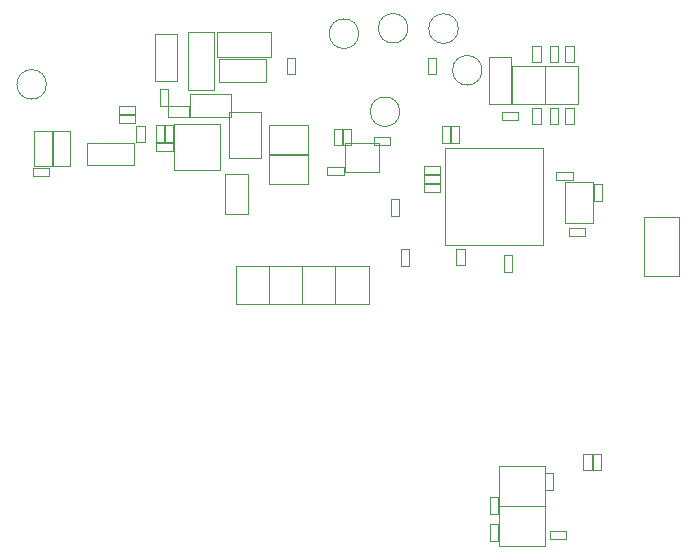
<source format=gbr>
G04 #@! TF.GenerationSoftware,KiCad,Pcbnew,7.0.6*
G04 #@! TF.CreationDate,2023-12-22T13:04:07-08:00*
G04 #@! TF.ProjectId,sgpp_main_pcb,73677070-5f6d-4616-996e-5f7063622e6b,1*
G04 #@! TF.SameCoordinates,Original*
G04 #@! TF.FileFunction,Other,User*
%FSLAX46Y46*%
G04 Gerber Fmt 4.6, Leading zero omitted, Abs format (unit mm)*
G04 Created by KiCad (PCBNEW 7.0.6) date 2023-12-22 13:04:07*
%MOMM*%
%LPD*%
G01*
G04 APERTURE LIST*
%ADD10C,0.050000*%
G04 APERTURE END LIST*
D10*
X129406617Y-84407101D02*
X130806617Y-84407101D01*
X129406617Y-85107101D02*
X129406617Y-84407101D01*
X130806617Y-84407101D02*
X130806617Y-85107101D01*
X130806617Y-85107101D02*
X129406617Y-85107101D01*
X161630600Y-114868562D02*
X161630600Y-118268562D01*
X161630600Y-118268562D02*
X165470600Y-118268562D01*
X165470600Y-114868562D02*
X161630600Y-114868562D01*
X165470600Y-118268562D02*
X165470600Y-114868562D01*
X157075680Y-96215353D02*
X165315680Y-96215353D01*
X165315680Y-96215353D02*
X165315680Y-87975353D01*
X157075680Y-87975353D02*
X157075680Y-96215353D01*
X165315680Y-87975353D02*
X157075680Y-87975353D01*
X135400617Y-85328934D02*
X133580617Y-85328934D01*
X135400617Y-84408934D02*
X135400617Y-85328934D01*
X133580617Y-85328934D02*
X133580617Y-84408934D01*
X133580617Y-84408934D02*
X135400617Y-84408934D01*
X168763200Y-115254000D02*
X168763200Y-113854000D01*
X169463200Y-115254000D02*
X168763200Y-115254000D01*
X168763200Y-113854000D02*
X169463200Y-113854000D01*
X169463200Y-113854000D02*
X169463200Y-115254000D01*
X170250600Y-113854000D02*
X170250600Y-115254000D01*
X169550600Y-113854000D02*
X170250600Y-113854000D01*
X170250600Y-115254000D02*
X169550600Y-115254000D01*
X169550600Y-115254000D02*
X169550600Y-113854000D01*
X168924200Y-95422200D02*
X167524200Y-95422200D01*
X168924200Y-94722200D02*
X168924200Y-95422200D01*
X167524200Y-95422200D02*
X167524200Y-94722200D01*
X167524200Y-94722200D02*
X168924200Y-94722200D01*
X162652814Y-80226323D02*
X160752814Y-80226323D01*
X162652814Y-80226323D02*
X162652814Y-84226323D01*
X160752814Y-80226323D02*
X160752814Y-84226323D01*
X162652814Y-84226323D02*
X160752814Y-84226323D01*
X161535407Y-117532482D02*
X161535407Y-118932482D01*
X160835407Y-117532482D02*
X161535407Y-117532482D01*
X161535407Y-118932482D02*
X160835407Y-118932482D01*
X160835407Y-118932482D02*
X160835407Y-117532482D01*
X165933024Y-85948716D02*
X165933024Y-84548716D01*
X166633024Y-85948716D02*
X165933024Y-85948716D01*
X165933024Y-84548716D02*
X166633024Y-84548716D01*
X166633024Y-84548716D02*
X166633024Y-85948716D01*
X162007100Y-98433897D02*
X162007100Y-97033897D01*
X162707100Y-98433897D02*
X162007100Y-98433897D01*
X162007100Y-97033897D02*
X162707100Y-97033897D01*
X162707100Y-97033897D02*
X162707100Y-98433897D01*
X132450800Y-82289400D02*
X134350800Y-82289400D01*
X132450800Y-82289400D02*
X132450800Y-78289400D01*
X134350800Y-82289400D02*
X134350800Y-78289400D01*
X132450800Y-78289400D02*
X134350800Y-78289400D01*
X137704800Y-78172600D02*
X142304800Y-78172600D01*
X137704800Y-80272600D02*
X137704800Y-78172600D01*
X142304800Y-78172600D02*
X142304800Y-80272600D01*
X142304800Y-80272600D02*
X137704800Y-80272600D01*
X157556304Y-87505125D02*
X157556304Y-86105125D01*
X158256304Y-87505125D02*
X157556304Y-87505125D01*
X157556304Y-86105125D02*
X158256304Y-86105125D01*
X158256304Y-86105125D02*
X158256304Y-87505125D01*
X123742200Y-86556400D02*
X123742200Y-89516400D01*
X122282200Y-86556400D02*
X123742200Y-86556400D01*
X123742200Y-89516400D02*
X122282200Y-89516400D01*
X122282200Y-89516400D02*
X122282200Y-86556400D01*
X134030200Y-86015600D02*
X134030200Y-87415600D01*
X133330200Y-86015600D02*
X134030200Y-86015600D01*
X134030200Y-87415600D02*
X133330200Y-87415600D01*
X133330200Y-87415600D02*
X133330200Y-86015600D01*
X123857000Y-89516400D02*
X123857000Y-86556400D01*
X125317000Y-89516400D02*
X123857000Y-89516400D01*
X123857000Y-86556400D02*
X125317000Y-86556400D01*
X125317000Y-86556400D02*
X125317000Y-89516400D01*
X165146362Y-79318927D02*
X165146362Y-80718927D01*
X164446362Y-79318927D02*
X165146362Y-79318927D01*
X165146362Y-80718927D02*
X164446362Y-80718927D01*
X164446362Y-80718927D02*
X164446362Y-79318927D01*
X158002939Y-97889723D02*
X158002939Y-96489723D01*
X158702939Y-97889723D02*
X158002939Y-97889723D01*
X158002939Y-96489723D02*
X158702939Y-96489723D01*
X158702939Y-96489723D02*
X158702939Y-97889723D01*
X152460910Y-93698611D02*
X152460910Y-92298611D01*
X153160910Y-93698611D02*
X152460910Y-93698611D01*
X152460910Y-92298611D02*
X153160910Y-92298611D01*
X153160910Y-92298611D02*
X153160910Y-93698611D01*
X160177800Y-81381600D02*
G75*
G03*
X160177800Y-81381600I-1250000J0D01*
G01*
X150569674Y-97971320D02*
X147769674Y-97971320D01*
X150569674Y-97971320D02*
X150569674Y-101171320D01*
X147769674Y-97971320D02*
X147769674Y-101171320D01*
X147769674Y-101171320D02*
X150569674Y-101171320D01*
X148477200Y-90266000D02*
X147077200Y-90266000D01*
X148477200Y-89566000D02*
X148477200Y-90266000D01*
X147077200Y-90266000D02*
X147077200Y-89566000D01*
X147077200Y-89566000D02*
X148477200Y-89566000D01*
X151026885Y-87023476D02*
X152426885Y-87023476D01*
X151026885Y-87723476D02*
X151026885Y-87023476D01*
X152426885Y-87023476D02*
X152426885Y-87723476D01*
X152426885Y-87723476D02*
X151026885Y-87723476D01*
X161630600Y-118289600D02*
X161630600Y-121689600D01*
X161630600Y-121689600D02*
X165470600Y-121689600D01*
X165470600Y-118289600D02*
X161630600Y-118289600D01*
X165470600Y-121689600D02*
X165470600Y-118289600D01*
X141431000Y-84892600D02*
X141431000Y-88792600D01*
X138731000Y-84892600D02*
X141431000Y-84892600D01*
X141431000Y-88792600D02*
X138731000Y-88792600D01*
X138731000Y-88792600D02*
X138731000Y-84892600D01*
X161834600Y-84892400D02*
X163234600Y-84892400D01*
X161834600Y-85592400D02*
X161834600Y-84892400D01*
X163234600Y-84892400D02*
X163234600Y-85592400D01*
X163234600Y-85592400D02*
X161834600Y-85592400D01*
X155240853Y-90991188D02*
X156640853Y-90991188D01*
X155240853Y-91691188D02*
X155240853Y-90991188D01*
X156640853Y-90991188D02*
X156640853Y-91691188D01*
X156640853Y-91691188D02*
X155240853Y-91691188D01*
X132599200Y-87508600D02*
X133999200Y-87508600D01*
X132599200Y-88208600D02*
X132599200Y-87508600D01*
X133999200Y-87508600D02*
X133999200Y-88208600D01*
X133999200Y-88208600D02*
X132599200Y-88208600D01*
X153294600Y-97931200D02*
X153294600Y-96531200D01*
X153994600Y-97931200D02*
X153294600Y-97931200D01*
X153294600Y-96531200D02*
X153994600Y-96531200D01*
X153994600Y-96531200D02*
X153994600Y-97931200D01*
X158171200Y-77851000D02*
G75*
G03*
X158171200Y-77851000I-1250000J0D01*
G01*
X167932546Y-79302900D02*
X167932546Y-80702900D01*
X167232546Y-79302900D02*
X167932546Y-79302900D01*
X167932546Y-80702900D02*
X167232546Y-80702900D01*
X167232546Y-80702900D02*
X167232546Y-79302900D01*
X144939674Y-97971320D02*
X142139674Y-97971320D01*
X144939674Y-97971320D02*
X144939674Y-101171320D01*
X142139674Y-97971320D02*
X142139674Y-101171320D01*
X142139674Y-101171320D02*
X144939674Y-101171320D01*
X130806617Y-85869101D02*
X129406617Y-85869101D01*
X130806617Y-85169101D02*
X130806617Y-85869101D01*
X129406617Y-85869101D02*
X129406617Y-85169101D01*
X129406617Y-85169101D02*
X130806617Y-85169101D01*
X135485400Y-83373400D02*
X138885400Y-83373400D01*
X135485400Y-85333400D02*
X135485400Y-83373400D01*
X138885400Y-83373400D02*
X138885400Y-85333400D01*
X138885400Y-85333400D02*
X135485400Y-85333400D01*
X141877800Y-82331600D02*
X141877800Y-80431600D01*
X141877800Y-82331600D02*
X137877800Y-82331600D01*
X141877800Y-80431600D02*
X137877800Y-80431600D01*
X137877800Y-82331600D02*
X137877800Y-80431600D01*
X142145674Y-97944320D02*
X139345674Y-97944320D01*
X142145674Y-97944320D02*
X142145674Y-101144320D01*
X139345674Y-97944320D02*
X139345674Y-101144320D01*
X139345674Y-101144320D02*
X142145674Y-101144320D01*
X131606387Y-86089101D02*
X131606387Y-87489101D01*
X130906387Y-86089101D02*
X131606387Y-86089101D01*
X131606387Y-87489101D02*
X130906387Y-87489101D01*
X130906387Y-87489101D02*
X130906387Y-86089101D01*
X140375200Y-90121000D02*
X140375200Y-93521000D01*
X138415200Y-90121000D02*
X140375200Y-90121000D01*
X140375200Y-93521000D02*
X138415200Y-93521000D01*
X138415200Y-93521000D02*
X138415200Y-90121000D01*
X167873180Y-90689353D02*
X166473180Y-90689353D01*
X167873180Y-89989353D02*
X167873180Y-90689353D01*
X166473180Y-90689353D02*
X166473180Y-89989353D01*
X166473180Y-89989353D02*
X167873180Y-89989353D01*
X153218200Y-84886800D02*
G75*
G03*
X153218200Y-84886800I-1250000J0D01*
G01*
X155240853Y-90243353D02*
X156640853Y-90243353D01*
X155240853Y-90943353D02*
X155240853Y-90243353D01*
X156640853Y-90243353D02*
X156640853Y-90943353D01*
X156640853Y-90943353D02*
X155240853Y-90943353D01*
X143668000Y-81726000D02*
X143668000Y-80326000D01*
X144368000Y-81726000D02*
X143668000Y-81726000D01*
X143668000Y-80326000D02*
X144368000Y-80326000D01*
X144368000Y-80326000D02*
X144368000Y-81726000D01*
X138020800Y-89843400D02*
X138020800Y-85943400D01*
X138020800Y-89843400D02*
X134120800Y-89843400D01*
X138020800Y-85943400D02*
X134120800Y-85943400D01*
X134120800Y-89843400D02*
X134120800Y-85943400D01*
X132875057Y-84380021D02*
X132875057Y-82980021D01*
X133575057Y-84380021D02*
X132875057Y-84380021D01*
X132875057Y-82980021D02*
X133575057Y-82980021D01*
X133575057Y-82980021D02*
X133575057Y-84380021D01*
X132542800Y-87415600D02*
X132542800Y-86015600D01*
X133242800Y-87415600D02*
X132542800Y-87415600D01*
X132542800Y-86015600D02*
X133242800Y-86015600D01*
X133242800Y-86015600D02*
X133242800Y-87415600D01*
X167176600Y-94313800D02*
X167176600Y-90813800D01*
X169576600Y-94313800D02*
X167176600Y-94313800D01*
X167176600Y-90813800D02*
X169576600Y-90813800D01*
X169576600Y-90813800D02*
X169576600Y-94313800D01*
X167231248Y-85963783D02*
X167231248Y-84563783D01*
X167931248Y-85963783D02*
X167231248Y-85963783D01*
X167231248Y-84563783D02*
X167931248Y-84563783D01*
X167931248Y-84563783D02*
X167931248Y-85963783D01*
X166606061Y-79322188D02*
X166606061Y-80722188D01*
X165906061Y-79322188D02*
X166606061Y-79322188D01*
X166606061Y-80722188D02*
X165906061Y-80722188D01*
X165906061Y-80722188D02*
X165906061Y-79322188D01*
X167307409Y-121046962D02*
X165907409Y-121046962D01*
X167307409Y-120346962D02*
X167307409Y-121046962D01*
X165907409Y-121046962D02*
X165907409Y-120346962D01*
X165907409Y-120346962D02*
X167307409Y-120346962D01*
X145455520Y-91015800D02*
X145455520Y-88515800D01*
X145455520Y-91015800D02*
X142155520Y-91015800D01*
X142155520Y-88515800D02*
X145455520Y-88515800D01*
X142155520Y-88515800D02*
X142155520Y-91015800D01*
X155237393Y-89481353D02*
X156637393Y-89481353D01*
X155237393Y-90181353D02*
X155237393Y-89481353D01*
X156637393Y-89481353D02*
X156637393Y-90181353D01*
X156637393Y-90181353D02*
X155237393Y-90181353D01*
X147733674Y-97971320D02*
X144933674Y-97971320D01*
X147733674Y-97971320D02*
X147733674Y-101171320D01*
X144933674Y-97971320D02*
X144933674Y-101171320D01*
X144933674Y-101171320D02*
X147733674Y-101171320D01*
X153904000Y-77825600D02*
G75*
G03*
X153904000Y-77825600I-1250000J0D01*
G01*
X176861600Y-98800800D02*
X176861600Y-93800800D01*
X176861600Y-93800800D02*
X173861600Y-93800800D01*
X173861600Y-98800800D02*
X176861600Y-98800800D01*
X173861600Y-93800800D02*
X173861600Y-98800800D01*
X170377600Y-91019400D02*
X170377600Y-92419400D01*
X169677600Y-91019400D02*
X170377600Y-91019400D01*
X170377600Y-92419400D02*
X169677600Y-92419400D01*
X169677600Y-92419400D02*
X169677600Y-91019400D01*
X164437763Y-85943797D02*
X164437763Y-84543797D01*
X165137763Y-85943797D02*
X164437763Y-85943797D01*
X164437763Y-84543797D02*
X165137763Y-84543797D01*
X165137763Y-84543797D02*
X165137763Y-85943797D01*
X156787453Y-87506612D02*
X156787453Y-86106612D01*
X157487453Y-87506612D02*
X156787453Y-87506612D01*
X156787453Y-86106612D02*
X157487453Y-86106612D01*
X157487453Y-86106612D02*
X157487453Y-87506612D01*
X123297000Y-82575400D02*
G75*
G03*
X123297000Y-82575400I-1250000J0D01*
G01*
X147618546Y-87729825D02*
X147618546Y-86329825D01*
X148318546Y-87729825D02*
X147618546Y-87729825D01*
X147618546Y-86329825D02*
X148318546Y-86329825D01*
X148318546Y-86329825D02*
X148318546Y-87729825D01*
X165534012Y-84225538D02*
X168334012Y-84225538D01*
X165534012Y-84225538D02*
X165534012Y-81025538D01*
X168334012Y-84225538D02*
X168334012Y-81025538D01*
X168334012Y-81025538D02*
X165534012Y-81025538D01*
X156306000Y-80326000D02*
X156306000Y-81726000D01*
X155606000Y-80326000D02*
X156306000Y-80326000D01*
X156306000Y-81726000D02*
X155606000Y-81726000D01*
X155606000Y-81726000D02*
X155606000Y-80326000D01*
X145455520Y-88475800D02*
X145455520Y-85975800D01*
X145455520Y-88475800D02*
X142155520Y-88475800D01*
X142155520Y-85975800D02*
X145455520Y-85975800D01*
X142155520Y-85975800D02*
X142155520Y-88475800D01*
X166230287Y-115479600D02*
X166230287Y-116879600D01*
X165530287Y-115479600D02*
X166230287Y-115479600D01*
X166230287Y-116879600D02*
X165530287Y-116879600D01*
X165530287Y-116879600D02*
X165530287Y-115479600D01*
X149738400Y-78282800D02*
G75*
G03*
X149738400Y-78282800I-1250000J0D01*
G01*
X160835407Y-121197600D02*
X160835407Y-119797600D01*
X161535407Y-121197600D02*
X160835407Y-121197600D01*
X160835407Y-119797600D02*
X161535407Y-119797600D01*
X161535407Y-119797600D02*
X161535407Y-121197600D01*
X162740012Y-84225538D02*
X165540012Y-84225538D01*
X162740012Y-84225538D02*
X162740012Y-81025538D01*
X165540012Y-84225538D02*
X165540012Y-81025538D01*
X165540012Y-81025538D02*
X162740012Y-81025538D01*
X137518000Y-78169600D02*
X137518000Y-83069600D01*
X135278000Y-78169600D02*
X137518000Y-78169600D01*
X137518000Y-83069600D02*
X135278000Y-83069600D01*
X135278000Y-83069600D02*
X135278000Y-78169600D01*
X148550546Y-89973000D02*
X151450546Y-89973000D01*
X151450546Y-89973000D02*
X151450546Y-87573000D01*
X148550546Y-87573000D02*
X148550546Y-89973000D01*
X151450546Y-87573000D02*
X148550546Y-87573000D01*
X122145000Y-89616800D02*
X123545000Y-89616800D01*
X122145000Y-90316800D02*
X122145000Y-89616800D01*
X123545000Y-89616800D02*
X123545000Y-90316800D01*
X123545000Y-90316800D02*
X122145000Y-90316800D01*
X126752600Y-87518200D02*
X126752600Y-89418200D01*
X126752600Y-87518200D02*
X130752600Y-87518200D01*
X126752600Y-89418200D02*
X130752600Y-89418200D01*
X130752600Y-87518200D02*
X130752600Y-89418200D01*
X149080546Y-86329825D02*
X149080546Y-87729825D01*
X148380546Y-86329825D02*
X149080546Y-86329825D01*
X149080546Y-87729825D02*
X148380546Y-87729825D01*
X148380546Y-87729825D02*
X148380546Y-86329825D01*
M02*

</source>
